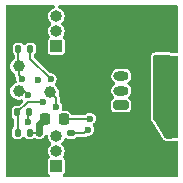
<source format=gbl>
G04 #@! TF.GenerationSoftware,KiCad,Pcbnew,8.0.7-8.0.7-0~ubuntu24.04.1*
G04 #@! TF.CreationDate,2024-12-30T22:58:19-07:00*
G04 #@! TF.ProjectId,DRV8311 Motor Driver,44525638-3331-4312-904d-6f746f722044,V1*
G04 #@! TF.SameCoordinates,Original*
G04 #@! TF.FileFunction,Copper,L4,Bot*
G04 #@! TF.FilePolarity,Positive*
%FSLAX46Y46*%
G04 Gerber Fmt 4.6, Leading zero omitted, Abs format (unit mm)*
G04 Created by KiCad (PCBNEW 8.0.7-8.0.7-0~ubuntu24.04.1) date 2024-12-30 22:58:19*
%MOMM*%
%LPD*%
G01*
G04 APERTURE LIST*
G04 Aperture macros list*
%AMRoundRect*
0 Rectangle with rounded corners*
0 $1 Rounding radius*
0 $2 $3 $4 $5 $6 $7 $8 $9 X,Y pos of 4 corners*
0 Add a 4 corners polygon primitive as box body*
4,1,4,$2,$3,$4,$5,$6,$7,$8,$9,$2,$3,0*
0 Add four circle primitives for the rounded corners*
1,1,$1+$1,$2,$3*
1,1,$1+$1,$4,$5*
1,1,$1+$1,$6,$7*
1,1,$1+$1,$8,$9*
0 Add four rect primitives between the rounded corners*
20,1,$1+$1,$2,$3,$4,$5,0*
20,1,$1+$1,$4,$5,$6,$7,0*
20,1,$1+$1,$6,$7,$8,$9,0*
20,1,$1+$1,$8,$9,$2,$3,0*%
G04 Aperture macros list end*
G04 #@! TA.AperFunction,ComponentPad*
%ADD10RoundRect,0.200000X0.450000X-0.200000X0.450000X0.200000X-0.450000X0.200000X-0.450000X-0.200000X0*%
G04 #@! TD*
G04 #@! TA.AperFunction,ComponentPad*
%ADD11O,1.300000X0.800000*%
G04 #@! TD*
G04 #@! TA.AperFunction,ComponentPad*
%ADD12C,0.600000*%
G04 #@! TD*
G04 #@! TA.AperFunction,ComponentPad*
%ADD13R,1.000000X1.000000*%
G04 #@! TD*
G04 #@! TA.AperFunction,ComponentPad*
%ADD14O,1.000000X1.000000*%
G04 #@! TD*
G04 #@! TA.AperFunction,SMDPad,CuDef*
%ADD15RoundRect,0.135000X-0.135000X-0.185000X0.135000X-0.185000X0.135000X0.185000X-0.135000X0.185000X0*%
G04 #@! TD*
G04 #@! TA.AperFunction,SMDPad,CuDef*
%ADD16R,2.500000X2.800000*%
G04 #@! TD*
G04 #@! TA.AperFunction,SMDPad,CuDef*
%ADD17C,1.000000*%
G04 #@! TD*
G04 #@! TA.AperFunction,SMDPad,CuDef*
%ADD18RoundRect,0.225000X0.225000X0.250000X-0.225000X0.250000X-0.225000X-0.250000X0.225000X-0.250000X0*%
G04 #@! TD*
G04 #@! TA.AperFunction,SMDPad,CuDef*
%ADD19RoundRect,0.140000X-0.170000X0.140000X-0.170000X-0.140000X0.170000X-0.140000X0.170000X0.140000X0*%
G04 #@! TD*
G04 #@! TA.AperFunction,SMDPad,CuDef*
%ADD20R,2.800000X2.800000*%
G04 #@! TD*
G04 #@! TA.AperFunction,SMDPad,CuDef*
%ADD21RoundRect,0.135000X0.135000X0.185000X-0.135000X0.185000X-0.135000X-0.185000X0.135000X-0.185000X0*%
G04 #@! TD*
G04 #@! TA.AperFunction,ViaPad*
%ADD22C,0.600000*%
G04 #@! TD*
G04 #@! TA.AperFunction,Conductor*
%ADD23C,0.200000*%
G04 #@! TD*
G04 #@! TA.AperFunction,Conductor*
%ADD24C,0.600000*%
G04 #@! TD*
G04 #@! TA.AperFunction,Conductor*
%ADD25C,0.400000*%
G04 #@! TD*
G04 APERTURE END LIST*
D10*
G04 #@! TO.P,J4,1,Pin_1*
G04 #@! TO.N,Net-(J4-Pin_1)*
X173800000Y-102900000D03*
D11*
G04 #@! TO.P,J4,2,Pin_2*
G04 #@! TO.N,Net-(J4-Pin_2)*
X173800000Y-101650000D03*
G04 #@! TO.P,J4,3,Pin_3*
G04 #@! TO.N,Net-(J4-Pin_3)*
X173800000Y-100400000D03*
G04 #@! TD*
D12*
G04 #@! TO.P,U1,25,PowerPAD*
G04 #@! TO.N,GNDPWR*
X169434998Y-102130000D03*
X170835000Y-102130000D03*
X170134999Y-101404599D03*
X169434998Y-100729998D03*
X170835000Y-100729998D03*
G04 #@! TD*
D13*
G04 #@! TO.P,J2,1,Pin_1*
G04 #@! TO.N,Net-(J2-Pin_1)*
X168300000Y-97900000D03*
D14*
G04 #@! TO.P,J2,2,Pin_2*
G04 #@! TO.N,Net-(J2-Pin_2)*
X168300000Y-96630000D03*
G04 #@! TO.P,J2,3,Pin_3*
G04 #@! TO.N,Net-(J2-Pin_3)*
X168300000Y-95360000D03*
G04 #@! TD*
D13*
G04 #@! TO.P,J1,1,Pin_1*
G04 #@! TO.N,Net-(J1-Pin_1)*
X168300000Y-108050000D03*
D14*
G04 #@! TO.P,J1,2,Pin_2*
G04 #@! TO.N,Net-(J1-Pin_2)*
X168300000Y-106780000D03*
G04 #@! TO.P,J1,3,Pin_3*
G04 #@! TO.N,Net-(J1-Pin_3)*
X168300000Y-105510000D03*
G04 #@! TD*
D15*
G04 #@! TO.P,R1,1*
G04 #@! TO.N,Net-(U1-SLEEP_N)*
X165015000Y-105200000D03*
G04 #@! TO.P,R1,2*
G04 #@! TO.N,VDD*
X166035000Y-105200000D03*
G04 #@! TD*
D16*
G04 #@! TO.P,J10,1,Pin_1*
G04 #@! TO.N,GNDPWR*
X176650000Y-96750000D03*
G04 #@! TD*
G04 #@! TO.P,J5,1,Pin_1*
G04 #@! TO.N,GNDPWR*
X172950000Y-106600000D03*
G04 #@! TD*
D17*
G04 #@! TO.P,TP5,1,1*
G04 #@! TO.N,+3.3V*
X165100000Y-101700000D03*
G04 #@! TD*
D18*
G04 #@! TO.P,C4,1*
G04 #@! TO.N,VDD*
X176975000Y-99100000D03*
G04 #@! TO.P,C4,2*
G04 #@! TO.N,GNDPWR*
X175425000Y-99100000D03*
G04 #@! TD*
G04 #@! TO.P,C9,1*
G04 #@! TO.N,VDD*
X176975000Y-103600000D03*
G04 #@! TO.P,C9,2*
G04 #@! TO.N,GNDPWR*
X175425000Y-103600000D03*
G04 #@! TD*
D19*
G04 #@! TO.P,C3,1*
G04 #@! TO.N,VDD*
X169550000Y-105270000D03*
G04 #@! TO.P,C3,2*
G04 #@! TO.N,GNDPWR*
X169550000Y-106230000D03*
G04 #@! TD*
D18*
G04 #@! TO.P,C10,1*
G04 #@! TO.N,VDD*
X177875000Y-105200000D03*
G04 #@! TO.P,C10,2*
G04 #@! TO.N,GNDPWR*
X176325000Y-105200000D03*
G04 #@! TD*
D17*
G04 #@! TO.P,TP3,1,1*
G04 #@! TO.N,Net-(U1-FAULT_N)*
X167800000Y-101800000D03*
G04 #@! TD*
D20*
G04 #@! TO.P,J3,1,Pin_1*
G04 #@! TO.N,GNDPWR*
X176650000Y-107550000D03*
G04 #@! TD*
D18*
G04 #@! TO.P,C8,1*
G04 #@! TO.N,VDD*
X176975000Y-100600000D03*
G04 #@! TO.P,C8,2*
G04 #@! TO.N,GNDPWR*
X175425000Y-100600000D03*
G04 #@! TD*
D20*
G04 #@! TO.P,J11,1,Pin_1*
G04 #@! TO.N,GNDPWR*
X172950000Y-95850000D03*
G04 #@! TD*
D15*
G04 #@! TO.P,R3,1*
G04 #@! TO.N,GND*
X165090000Y-98100000D03*
G04 #@! TO.P,R3,2*
G04 #@! TO.N,Net-(U1-GAIN)*
X166110000Y-98100000D03*
G04 #@! TD*
D18*
G04 #@! TO.P,C2,1*
G04 #@! TO.N,Net-(U1-CP)*
X168925000Y-104050000D03*
G04 #@! TO.P,C2,2*
G04 #@! TO.N,VDD*
X167375000Y-104050000D03*
G04 #@! TD*
D17*
G04 #@! TO.P,TP4,1,1*
G04 #@! TO.N,GND*
X165100000Y-99600000D03*
G04 #@! TD*
D18*
G04 #@! TO.P,C5,1*
G04 #@! TO.N,VDD*
X176975000Y-102100000D03*
G04 #@! TO.P,C5,2*
G04 #@! TO.N,GNDPWR*
X175425000Y-102100000D03*
G04 #@! TD*
D21*
G04 #@! TO.P,R2,1*
G04 #@! TO.N,GND*
X166010000Y-103500000D03*
G04 #@! TO.P,R2,2*
G04 #@! TO.N,Net-(U1-SLEEP_N)*
X164990000Y-103500000D03*
G04 #@! TD*
D22*
G04 #@! TO.N,+3.3V*
X165874999Y-102000001D03*
G04 #@! TO.N,GND*
X165400000Y-100650000D03*
X165900000Y-104300000D03*
G04 #@! TO.N,VDD*
X178300000Y-104300000D03*
X177500000Y-102900000D03*
X177900000Y-103600000D03*
X177900000Y-102100000D03*
X177300000Y-104400000D03*
X178300000Y-101400000D03*
X177900000Y-100600000D03*
X171000000Y-104950000D03*
X177900000Y-99100000D03*
X178300000Y-99800000D03*
X177500000Y-99800000D03*
X166850000Y-105250000D03*
X178300000Y-102900000D03*
X177500000Y-101400000D03*
G04 #@! TO.N,Net-(U1-CP)*
X171132802Y-104018589D03*
G04 #@! TO.N,GNDPWR*
X165700000Y-107200000D03*
X171150000Y-107900000D03*
X171150000Y-108700000D03*
X166500000Y-108000000D03*
X165700000Y-106400000D03*
X173800000Y-97800000D03*
X170300000Y-108700000D03*
X165700000Y-108000000D03*
X166100000Y-95700000D03*
X172800000Y-108700000D03*
X164900000Y-106400000D03*
X172000000Y-108700000D03*
X166900000Y-96500000D03*
X170300000Y-107900000D03*
X164900000Y-107200000D03*
X173600000Y-108700000D03*
X165300000Y-96500000D03*
X171100000Y-106200000D03*
X173000000Y-99400000D03*
X173000000Y-98600000D03*
X166500000Y-107200000D03*
X166900000Y-94900000D03*
X173000000Y-97800000D03*
X169600000Y-108300000D03*
X173800000Y-98600000D03*
X165300000Y-95700000D03*
X166900000Y-95700000D03*
X172200000Y-98600000D03*
X171150000Y-107100000D03*
X166500000Y-106400000D03*
X173800000Y-99400000D03*
X169700000Y-107300000D03*
X165300000Y-94900000D03*
X172200000Y-99400000D03*
X176125000Y-105200000D03*
X172200000Y-97800000D03*
X170300000Y-106750000D03*
X166100000Y-94900000D03*
X164900000Y-108000000D03*
X166100000Y-96500000D03*
G04 #@! TO.N,Net-(U1-SLEEP_N)*
X167200000Y-102600000D03*
G04 #@! TO.N,Net-(U1-GAIN)*
X167825737Y-100674263D03*
G04 #@! TO.N,unconnected-(U1-SLEW-Pad22)*
X166780000Y-100750000D03*
G04 #@! TO.N,Net-(U1-FAULT_N)*
X168300000Y-103000000D03*
G04 #@! TD*
D23*
G04 #@! TO.N,+3.3V*
X165874999Y-102000001D02*
X165574998Y-101700000D01*
X165574998Y-101700000D02*
X165100000Y-101700000D01*
G04 #@! TO.N,GND*
X165400000Y-100650000D02*
X165100000Y-100350000D01*
X165900000Y-104300000D02*
X165900000Y-103610000D01*
X165900000Y-103610000D02*
X166010000Y-103500000D01*
X165100000Y-100350000D02*
X165100000Y-99600000D01*
X165090000Y-98100000D02*
X165090000Y-99590000D01*
X165090000Y-99590000D02*
X165100000Y-99600000D01*
G04 #@! TO.N,VDD*
X166085000Y-105250000D02*
X166035000Y-105200000D01*
X170680000Y-105270000D02*
X169550000Y-105270000D01*
X171000000Y-104950000D02*
X170680000Y-105270000D01*
D24*
X167300000Y-104050000D02*
X167375000Y-104050000D01*
X166850000Y-104500000D02*
X167300000Y-104050000D01*
X166850000Y-105250000D02*
X166850000Y-104500000D01*
D23*
X166850000Y-105250000D02*
X166085000Y-105250000D01*
G04 #@! TO.N,Net-(U1-CP)*
X171132802Y-104018589D02*
X171101391Y-104050000D01*
X171101391Y-104050000D02*
X168925000Y-104050000D01*
D25*
G04 #@! TO.N,GNDPWR*
X172595031Y-106675454D02*
X172595031Y-106679969D01*
D23*
G04 #@! TO.N,Net-(U1-SLEEP_N)*
X165015000Y-103525000D02*
X165015000Y-105200000D01*
X165890000Y-102600000D02*
X164990000Y-103500000D01*
X167200000Y-102600000D02*
X165890000Y-102600000D01*
X164990000Y-103500000D02*
X165015000Y-103525000D01*
G04 #@! TO.N,Net-(U1-GAIN)*
X167825737Y-100674263D02*
X166110000Y-98958526D01*
X166110000Y-98958526D02*
X166110000Y-98100000D01*
G04 #@! TO.N,Net-(U1-FAULT_N)*
X168300000Y-103000000D02*
X168300000Y-102300000D01*
X168300000Y-102300000D02*
X167800000Y-101800000D01*
G04 #@! TD*
G04 #@! TA.AperFunction,Conductor*
G04 #@! TO.N,GNDPWR*
G36*
X168113123Y-94420462D02*
G01*
X168167661Y-94475000D01*
X168187623Y-94549500D01*
X168167661Y-94624000D01*
X168113123Y-94678538D01*
X168074281Y-94694170D01*
X168049775Y-94700209D01*
X167899145Y-94779267D01*
X167771820Y-94892067D01*
X167771817Y-94892071D01*
X167675181Y-95032070D01*
X167614860Y-95191125D01*
X167594355Y-95360000D01*
X167614860Y-95528874D01*
X167675181Y-95687929D01*
X167675182Y-95687930D01*
X167771817Y-95827929D01*
X167820616Y-95871161D01*
X167834512Y-95883472D01*
X167877038Y-95947817D01*
X167881695Y-96024804D01*
X167847234Y-96093806D01*
X167834512Y-96106528D01*
X167771817Y-96162071D01*
X167675181Y-96302070D01*
X167614860Y-96461125D01*
X167594355Y-96630000D01*
X167614860Y-96798874D01*
X167675181Y-96957929D01*
X167723565Y-97028024D01*
X167749458Y-97100676D01*
X167735555Y-97176541D01*
X167685583Y-97235290D01*
X167683726Y-97236551D01*
X167655452Y-97255444D01*
X167655448Y-97255448D01*
X167611132Y-97321769D01*
X167599500Y-97380251D01*
X167599500Y-98419748D01*
X167611132Y-98478230D01*
X167612584Y-98480403D01*
X167655448Y-98544552D01*
X167721769Y-98588867D01*
X167780252Y-98600500D01*
X168819748Y-98600500D01*
X168878231Y-98588867D01*
X168944552Y-98544552D01*
X168988867Y-98478231D01*
X169000500Y-98419748D01*
X169000500Y-97380252D01*
X168988867Y-97321769D01*
X168944552Y-97255448D01*
X168944411Y-97255354D01*
X168916274Y-97236552D01*
X168865422Y-97178563D01*
X168850377Y-97102916D01*
X168875172Y-97029882D01*
X168876317Y-97028195D01*
X168924818Y-96957930D01*
X168985140Y-96798872D01*
X169005645Y-96630000D01*
X168985140Y-96461128D01*
X168924818Y-96302070D01*
X168828183Y-96162071D01*
X168828180Y-96162068D01*
X168828179Y-96162067D01*
X168765488Y-96106528D01*
X168722961Y-96042184D01*
X168718304Y-95965197D01*
X168752765Y-95896195D01*
X168765488Y-95883472D01*
X168787036Y-95864381D01*
X168828183Y-95827929D01*
X168924818Y-95687930D01*
X168985140Y-95528872D01*
X169005645Y-95360000D01*
X168985140Y-95191128D01*
X168924818Y-95032070D01*
X168828183Y-94892071D01*
X168828180Y-94892068D01*
X168828179Y-94892067D01*
X168700853Y-94779267D01*
X168700854Y-94779267D01*
X168550224Y-94700209D01*
X168525719Y-94694170D01*
X168458161Y-94656959D01*
X168418260Y-94590955D01*
X168416707Y-94513842D01*
X168453918Y-94446284D01*
X168519922Y-94406383D01*
X168561377Y-94400500D01*
X178450500Y-94400500D01*
X178525000Y-94420462D01*
X178579538Y-94475000D01*
X178599500Y-94549500D01*
X178599500Y-98325908D01*
X178579538Y-98400408D01*
X178525000Y-98454946D01*
X178450500Y-98474908D01*
X178442385Y-98474687D01*
X177438857Y-98419950D01*
X177433320Y-98419723D01*
X177429747Y-98419626D01*
X177427903Y-98419576D01*
X177424263Y-98419526D01*
X177422310Y-98419500D01*
X177422303Y-98419500D01*
X176624000Y-98419500D01*
X176591856Y-98422030D01*
X176591852Y-98422030D01*
X176561304Y-98426868D01*
X176556710Y-98427648D01*
X176472617Y-98463592D01*
X176423122Y-98499552D01*
X176423119Y-98499554D01*
X176423117Y-98499556D01*
X176404620Y-98515716D01*
X176395373Y-98523796D01*
X176348464Y-98602305D01*
X176329557Y-98660496D01*
X176329556Y-98660499D01*
X176319500Y-98724003D01*
X176319500Y-104046612D01*
X176327462Y-104103255D01*
X176327464Y-104103266D01*
X176342506Y-104155716D01*
X176342509Y-104155725D01*
X176365782Y-104207986D01*
X176365785Y-104207993D01*
X176505699Y-104431855D01*
X177321655Y-105737385D01*
X177331720Y-105750500D01*
X177345631Y-105768627D01*
X177358961Y-105782919D01*
X177371393Y-105796250D01*
X177379668Y-105804628D01*
X177379670Y-105804629D01*
X177458172Y-105851533D01*
X177458176Y-105851535D01*
X177458178Y-105851536D01*
X177516369Y-105870443D01*
X177579871Y-105880500D01*
X177579874Y-105880500D01*
X178415188Y-105880500D01*
X178415200Y-105880500D01*
X178435455Y-105879499D01*
X178435796Y-105879465D01*
X178435831Y-105879470D01*
X178437287Y-105879363D01*
X178437290Y-105879408D01*
X178437295Y-105879408D01*
X178437304Y-105879595D01*
X178437313Y-105879714D01*
X178511901Y-105891978D01*
X178571555Y-105940867D01*
X178598773Y-106013033D01*
X178599500Y-106027738D01*
X178599500Y-108850500D01*
X178579538Y-108925000D01*
X178525000Y-108979538D01*
X178450500Y-108999500D01*
X168979353Y-108999500D01*
X168904853Y-108979538D01*
X168850315Y-108925000D01*
X168830353Y-108850500D01*
X168850315Y-108776000D01*
X168896569Y-108726613D01*
X168944552Y-108694552D01*
X168988867Y-108628231D01*
X169000500Y-108569748D01*
X169000500Y-107530252D01*
X168988867Y-107471769D01*
X168944552Y-107405448D01*
X168944411Y-107405354D01*
X168916274Y-107386552D01*
X168865422Y-107328563D01*
X168850377Y-107252916D01*
X168875172Y-107179882D01*
X168876317Y-107178195D01*
X168924818Y-107107930D01*
X168985140Y-106948872D01*
X169005645Y-106780000D01*
X168985140Y-106611128D01*
X168924818Y-106452070D01*
X168828183Y-106312071D01*
X168828180Y-106312068D01*
X168828179Y-106312067D01*
X168765488Y-106256528D01*
X168722961Y-106192184D01*
X168718304Y-106115197D01*
X168752765Y-106046195D01*
X168765488Y-106033472D01*
X168788559Y-106013033D01*
X168828183Y-105977929D01*
X168924818Y-105837930D01*
X168954171Y-105760530D01*
X168999253Y-105697950D01*
X169069586Y-105666295D01*
X169146323Y-105674047D01*
X169178953Y-105691312D01*
X169181684Y-105693224D01*
X169290513Y-105743972D01*
X169340099Y-105750500D01*
X169759900Y-105750499D01*
X169809487Y-105743972D01*
X169918316Y-105693224D01*
X169997399Y-105614141D01*
X170064194Y-105575577D01*
X170102758Y-105570500D01*
X170719557Y-105570500D01*
X170719562Y-105570500D01*
X170795989Y-105550021D01*
X170864511Y-105510460D01*
X170880830Y-105494141D01*
X170947625Y-105455577D01*
X170986189Y-105450500D01*
X171071959Y-105450500D01*
X171071961Y-105450500D01*
X171210053Y-105409953D01*
X171331128Y-105332143D01*
X171425377Y-105223373D01*
X171485165Y-105092457D01*
X171495406Y-105021228D01*
X171505647Y-104950003D01*
X171505647Y-104949996D01*
X171491992Y-104855028D01*
X171485165Y-104807543D01*
X171425377Y-104676627D01*
X171398216Y-104645281D01*
X171364517Y-104575907D01*
X171370020Y-104498975D01*
X171413252Y-104435102D01*
X171430261Y-104422369D01*
X171463930Y-104400732D01*
X171558179Y-104291962D01*
X171617967Y-104161046D01*
X171634421Y-104046606D01*
X171638449Y-104018592D01*
X171638449Y-104018585D01*
X171617967Y-103876134D01*
X171617967Y-103876132D01*
X171558179Y-103745216D01*
X171463930Y-103636446D01*
X171463929Y-103636445D01*
X171430267Y-103614812D01*
X171342855Y-103558636D01*
X171342852Y-103558635D01*
X171204769Y-103518090D01*
X171204764Y-103518089D01*
X171204763Y-103518089D01*
X171060841Y-103518089D01*
X171060839Y-103518089D01*
X171060834Y-103518090D01*
X170922751Y-103558635D01*
X170801674Y-103636445D01*
X170801671Y-103636448D01*
X170748273Y-103698074D01*
X170684399Y-103741305D01*
X170635666Y-103749500D01*
X169693127Y-103749500D01*
X169618627Y-103729538D01*
X169564089Y-103675000D01*
X169560367Y-103668145D01*
X169498527Y-103546779D01*
X169403220Y-103451472D01*
X169283127Y-103390281D01*
X169266519Y-103387650D01*
X169183488Y-103374500D01*
X168911043Y-103374500D01*
X168836543Y-103354538D01*
X168782005Y-103300000D01*
X168762043Y-103225500D01*
X168775508Y-103163602D01*
X168781263Y-103151000D01*
X168785165Y-103142457D01*
X168800397Y-103036514D01*
X168805647Y-103000003D01*
X168805647Y-102999996D01*
X168785165Y-102857545D01*
X168785165Y-102857543D01*
X168725377Y-102726627D01*
X168636892Y-102624509D01*
X168603192Y-102555133D01*
X168600500Y-102526936D01*
X168600500Y-102260438D01*
X168597187Y-102248074D01*
X168591421Y-102226555D01*
X168591421Y-102226553D01*
X168580023Y-102184016D01*
X168580022Y-102184013D01*
X168580022Y-102184012D01*
X168540460Y-102115489D01*
X168535437Y-102110466D01*
X168526507Y-102101535D01*
X168487944Y-102034740D01*
X168487402Y-101978225D01*
X168484053Y-101977819D01*
X168485139Y-101968874D01*
X168485140Y-101968872D01*
X168505645Y-101800000D01*
X168485140Y-101631128D01*
X168480107Y-101617858D01*
X168424818Y-101472070D01*
X168387645Y-101418216D01*
X168328183Y-101332071D01*
X168328180Y-101332068D01*
X168328179Y-101332067D01*
X168206443Y-101224218D01*
X168163916Y-101159873D01*
X168159259Y-101082886D01*
X168192639Y-101015119D01*
X168251114Y-100947636D01*
X168310902Y-100816720D01*
X168331384Y-100674263D01*
X168331384Y-100674259D01*
X168310902Y-100531808D01*
X168310902Y-100531806D01*
X168251114Y-100400890D01*
X168181838Y-100320941D01*
X172949500Y-100320941D01*
X172949500Y-100320943D01*
X172949500Y-100479057D01*
X172990423Y-100631784D01*
X173069480Y-100768716D01*
X173181284Y-100880520D01*
X173201960Y-100892457D01*
X173208031Y-100895962D01*
X173262569Y-100950500D01*
X173282531Y-101025000D01*
X173262569Y-101099500D01*
X173208031Y-101154038D01*
X173181283Y-101169480D01*
X173069480Y-101281283D01*
X172990424Y-101418214D01*
X172949500Y-101570941D01*
X172949500Y-101570943D01*
X172949500Y-101729057D01*
X172990423Y-101881784D01*
X172990424Y-101881785D01*
X173069480Y-102018716D01*
X173172706Y-102121942D01*
X173211270Y-102188737D01*
X173211270Y-102265865D01*
X173172706Y-102332660D01*
X173134993Y-102360059D01*
X173125973Y-102364655D01*
X173111657Y-102371950D01*
X173021950Y-102461657D01*
X172964354Y-102574694D01*
X172964354Y-102574696D01*
X172949500Y-102668481D01*
X172949500Y-102668482D01*
X172949500Y-102668485D01*
X172949500Y-103131518D01*
X172964354Y-103225304D01*
X173021950Y-103338342D01*
X173111658Y-103428050D01*
X173224696Y-103485646D01*
X173318481Y-103500500D01*
X174281518Y-103500499D01*
X174375304Y-103485646D01*
X174488342Y-103428050D01*
X174578050Y-103338342D01*
X174635646Y-103225304D01*
X174650500Y-103131519D01*
X174650499Y-102668482D01*
X174635646Y-102574696D01*
X174578050Y-102461658D01*
X174488342Y-102371950D01*
X174465007Y-102360060D01*
X174407691Y-102308453D01*
X174383856Y-102235100D01*
X174399892Y-102159657D01*
X174427294Y-102121942D01*
X174530517Y-102018719D01*
X174530520Y-102018716D01*
X174609577Y-101881784D01*
X174650500Y-101729057D01*
X174650500Y-101570943D01*
X174609577Y-101418216D01*
X174530520Y-101281284D01*
X174418716Y-101169480D01*
X174391968Y-101154037D01*
X174337431Y-101099502D01*
X174317468Y-101025002D01*
X174337429Y-100950502D01*
X174391963Y-100895965D01*
X174418716Y-100880520D01*
X174530520Y-100768716D01*
X174609577Y-100631784D01*
X174650500Y-100479057D01*
X174650500Y-100320943D01*
X174609577Y-100168216D01*
X174530520Y-100031284D01*
X174418716Y-99919480D01*
X174281784Y-99840423D01*
X174129057Y-99799500D01*
X173470943Y-99799500D01*
X173318216Y-99840423D01*
X173318214Y-99840423D01*
X173318214Y-99840424D01*
X173181283Y-99919480D01*
X173069480Y-100031283D01*
X172993061Y-100163646D01*
X172990423Y-100168216D01*
X172978072Y-100214310D01*
X172949500Y-100320941D01*
X168181838Y-100320941D01*
X168156865Y-100292120D01*
X168156864Y-100292119D01*
X168119111Y-100267857D01*
X168035790Y-100214310D01*
X168035787Y-100214309D01*
X167897704Y-100173764D01*
X167897699Y-100173763D01*
X167897698Y-100173763D01*
X167811926Y-100173763D01*
X167737426Y-100153801D01*
X167706567Y-100130122D01*
X166454141Y-98877696D01*
X166415577Y-98810901D01*
X166410500Y-98772337D01*
X166410500Y-98655687D01*
X166430462Y-98581187D01*
X166454141Y-98550328D01*
X166480673Y-98523796D01*
X166524065Y-98480404D01*
X166574068Y-98373173D01*
X166580500Y-98324316D01*
X166580500Y-97875684D01*
X166574068Y-97826827D01*
X166524065Y-97719596D01*
X166440404Y-97635935D01*
X166440403Y-97635934D01*
X166333175Y-97585933D01*
X166333173Y-97585932D01*
X166333170Y-97585931D01*
X166333168Y-97585931D01*
X166284318Y-97579500D01*
X166284316Y-97579500D01*
X165935684Y-97579500D01*
X165935681Y-97579500D01*
X165886831Y-97585931D01*
X165886827Y-97585931D01*
X165886827Y-97585932D01*
X165886826Y-97585932D01*
X165886824Y-97585933D01*
X165779596Y-97635934D01*
X165705359Y-97710172D01*
X165638564Y-97748736D01*
X165561436Y-97748736D01*
X165494641Y-97710172D01*
X165420403Y-97635934D01*
X165313175Y-97585933D01*
X165313173Y-97585932D01*
X165313170Y-97585931D01*
X165313168Y-97585931D01*
X165264318Y-97579500D01*
X165264316Y-97579500D01*
X164915684Y-97579500D01*
X164915681Y-97579500D01*
X164866831Y-97585931D01*
X164866827Y-97585931D01*
X164866827Y-97585932D01*
X164866826Y-97585932D01*
X164866824Y-97585933D01*
X164759596Y-97635934D01*
X164675934Y-97719596D01*
X164625933Y-97826824D01*
X164625931Y-97826831D01*
X164619500Y-97875681D01*
X164619500Y-98324318D01*
X164625931Y-98373168D01*
X164625933Y-98373175D01*
X164675934Y-98480403D01*
X164745859Y-98550328D01*
X164784423Y-98617123D01*
X164789500Y-98655687D01*
X164789500Y-98881771D01*
X164769538Y-98956271D01*
X164715000Y-99010809D01*
X164709750Y-99013701D01*
X164699147Y-99019266D01*
X164699146Y-99019267D01*
X164571820Y-99132067D01*
X164571817Y-99132071D01*
X164475181Y-99272070D01*
X164414860Y-99431125D01*
X164394355Y-99600000D01*
X164414860Y-99768874D01*
X164475181Y-99927929D01*
X164475182Y-99927930D01*
X164571817Y-100067929D01*
X164571819Y-100067930D01*
X164571820Y-100067932D01*
X164699143Y-100180730D01*
X164699145Y-100180732D01*
X164699146Y-100180732D01*
X164699148Y-100180734D01*
X164719745Y-100191544D01*
X164776434Y-100243841D01*
X164799379Y-100317477D01*
X164799500Y-100323476D01*
X164799500Y-100389562D01*
X164819978Y-100465987D01*
X164824285Y-100473447D01*
X164824286Y-100473448D01*
X164824286Y-100473449D01*
X164859539Y-100534511D01*
X164864642Y-100541161D01*
X164894154Y-100612420D01*
X164893995Y-100639344D01*
X164894353Y-100639344D01*
X164894353Y-100650003D01*
X164914834Y-100792454D01*
X164935555Y-100837828D01*
X164948344Y-100913888D01*
X164921390Y-100986153D01*
X164861915Y-101035260D01*
X164852861Y-101039039D01*
X164849780Y-101040207D01*
X164699145Y-101119267D01*
X164571820Y-101232067D01*
X164571817Y-101232071D01*
X164475181Y-101372070D01*
X164414860Y-101531125D01*
X164394355Y-101700000D01*
X164414860Y-101868874D01*
X164475181Y-102027929D01*
X164480107Y-102035065D01*
X164571817Y-102167929D01*
X164571819Y-102167930D01*
X164571820Y-102167932D01*
X164636237Y-102225000D01*
X164676238Y-102260438D01*
X164699146Y-102280732D01*
X164699148Y-102280734D01*
X164849775Y-102359790D01*
X165014944Y-102400500D01*
X165185056Y-102400500D01*
X165302406Y-102371576D01*
X165379519Y-102373129D01*
X165445523Y-102413030D01*
X165482734Y-102480588D01*
X165481181Y-102557701D01*
X165443423Y-102621605D01*
X165129170Y-102935859D01*
X165062375Y-102974423D01*
X165023811Y-102979500D01*
X164815681Y-102979500D01*
X164766831Y-102985931D01*
X164766827Y-102985931D01*
X164766827Y-102985932D01*
X164766826Y-102985932D01*
X164766824Y-102985933D01*
X164659596Y-103035934D01*
X164575934Y-103119596D01*
X164525933Y-103226824D01*
X164525931Y-103226831D01*
X164519500Y-103275681D01*
X164519500Y-103724318D01*
X164525931Y-103773168D01*
X164525933Y-103773175D01*
X164575934Y-103880403D01*
X164668814Y-103973283D01*
X164666068Y-103976028D01*
X164700521Y-104017062D01*
X164714500Y-104080073D01*
X164714500Y-104644313D01*
X164694538Y-104718813D01*
X164670859Y-104749672D01*
X164600934Y-104819596D01*
X164550933Y-104926824D01*
X164550931Y-104926831D01*
X164544500Y-104975681D01*
X164544500Y-105424318D01*
X164547000Y-105443310D01*
X164550932Y-105473173D01*
X164553931Y-105479605D01*
X164600934Y-105580403D01*
X164600935Y-105580404D01*
X164684596Y-105664065D01*
X164791827Y-105714068D01*
X164840684Y-105720500D01*
X165189316Y-105720500D01*
X165238173Y-105714068D01*
X165345404Y-105664065D01*
X165419641Y-105589828D01*
X165486436Y-105551264D01*
X165563564Y-105551264D01*
X165630359Y-105589828D01*
X165704596Y-105664065D01*
X165811827Y-105714068D01*
X165860684Y-105720500D01*
X166209316Y-105720500D01*
X166258173Y-105714068D01*
X166365404Y-105664065D01*
X166365406Y-105664062D01*
X166376081Y-105656589D01*
X166378287Y-105659739D01*
X166424804Y-105632866D01*
X166501932Y-105632846D01*
X166537906Y-105647740D01*
X166542685Y-105650499D01*
X166542686Y-105650500D01*
X166586362Y-105675716D01*
X166592393Y-105679391D01*
X166639947Y-105709953D01*
X166639950Y-105709953D01*
X166641728Y-105710765D01*
X166651859Y-105714340D01*
X166656807Y-105716389D01*
X166656810Y-105716389D01*
X166656814Y-105716392D01*
X166713078Y-105731467D01*
X166716311Y-105732374D01*
X166778039Y-105750500D01*
X166778040Y-105750500D01*
X166921960Y-105750500D01*
X166921961Y-105750500D01*
X166921963Y-105750499D01*
X166921965Y-105750499D01*
X166944192Y-105743972D01*
X166983636Y-105732389D01*
X166986960Y-105731456D01*
X167043186Y-105716392D01*
X167043191Y-105716388D01*
X167048121Y-105714347D01*
X167058277Y-105710764D01*
X167060050Y-105709954D01*
X167060050Y-105709953D01*
X167060053Y-105709953D01*
X167107592Y-105679400D01*
X167113627Y-105675721D01*
X167157314Y-105650500D01*
X167157317Y-105650497D01*
X167165066Y-105644552D01*
X167165182Y-105644703D01*
X167179345Y-105633288D01*
X167181128Y-105632143D01*
X167213077Y-105595269D01*
X167220284Y-105587528D01*
X167250500Y-105557314D01*
X167252435Y-105553961D01*
X167268871Y-105530879D01*
X167275377Y-105523373D01*
X167292424Y-105486042D01*
X167298908Y-105473467D01*
X167312169Y-105450500D01*
X167316321Y-105443310D01*
X167370861Y-105388775D01*
X167445362Y-105368816D01*
X167519861Y-105388782D01*
X167574396Y-105443322D01*
X167589971Y-105501453D01*
X167593269Y-105501053D01*
X167594355Y-105509998D01*
X167594355Y-105510000D01*
X167599694Y-105553969D01*
X167614860Y-105678874D01*
X167675181Y-105837929D01*
X167697624Y-105870443D01*
X167771817Y-105977929D01*
X167820616Y-106021161D01*
X167834512Y-106033472D01*
X167877038Y-106097817D01*
X167881695Y-106174804D01*
X167847234Y-106243806D01*
X167834512Y-106256528D01*
X167771817Y-106312071D01*
X167675181Y-106452070D01*
X167614860Y-106611125D01*
X167594355Y-106780000D01*
X167614860Y-106948874D01*
X167675181Y-107107929D01*
X167723565Y-107178024D01*
X167749458Y-107250676D01*
X167735555Y-107326541D01*
X167685583Y-107385290D01*
X167683726Y-107386551D01*
X167655452Y-107405444D01*
X167655448Y-107405448D01*
X167611132Y-107471769D01*
X167599500Y-107530251D01*
X167599500Y-108569748D01*
X167611132Y-108628230D01*
X167611133Y-108628231D01*
X167655448Y-108694552D01*
X167703429Y-108726612D01*
X167754282Y-108784601D01*
X167769328Y-108860247D01*
X167744535Y-108933282D01*
X167686546Y-108984135D01*
X167620647Y-108999500D01*
X164149500Y-108999500D01*
X164075000Y-108979538D01*
X164020462Y-108925000D01*
X164000500Y-108850500D01*
X164000500Y-94549500D01*
X164020462Y-94475000D01*
X164075000Y-94420462D01*
X164149500Y-94400500D01*
X168038623Y-94400500D01*
X168113123Y-94420462D01*
G37*
G04 #@! TD.AperFunction*
G04 #@! TD*
G04 #@! TA.AperFunction,Conductor*
G04 #@! TO.N,VDD*
G36*
X177427695Y-98625147D02*
G01*
X178505894Y-98683957D01*
X178562967Y-98706005D01*
X178596181Y-98757391D01*
X178599500Y-98782810D01*
X178599500Y-105558940D01*
X178580593Y-105617131D01*
X178531093Y-105653095D01*
X178519915Y-105656017D01*
X178434615Y-105673077D01*
X178415200Y-105675000D01*
X177579871Y-105675000D01*
X177521680Y-105656093D01*
X177495919Y-105628470D01*
X176540048Y-104099076D01*
X176525000Y-104046606D01*
X176525000Y-98724000D01*
X176543907Y-98665809D01*
X176593407Y-98629845D01*
X176624000Y-98625000D01*
X177422303Y-98625000D01*
X177427695Y-98625147D01*
G37*
G04 #@! TD.AperFunction*
G04 #@! TD*
M02*

</source>
